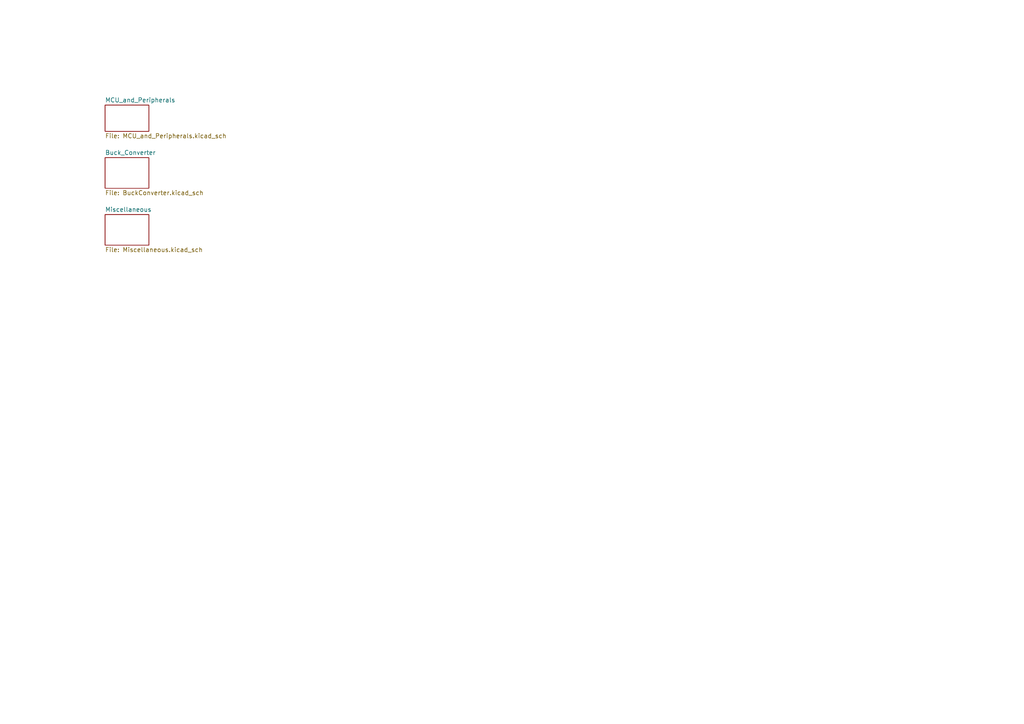
<source format=kicad_sch>
(kicad_sch (version 20230121) (generator eeschema)
  (paper "A4")
  (lib_symbols)
  (sheet (at 30.48 62.23) (size 12.7 8.89) (stroke (width 0.1524))
    (property "Sheetname" "Miscellaneous" (at 30.48 61.5184 0) (effects (justify left bottom)))
    (property "Sheetfile" "Miscellaneous.kicad_sch" (at 30.48 71.7046 0) (effects (justify left top)))
  )
  (sheet (at 30.48 30.48) (size 12.7 7.62) (stroke (width 0.1524))
    (property "Sheetname" "MCU_and_Peripherals" (at 30.48 29.7684 0) (effects (justify left bottom)))
    (property "Sheetfile" "MCU_and_Peripherals.kicad_sch" (at 30.48 38.6846 0) (effects (justify left top)))
  )
  (sheet (at 30.48 45.72) (size 12.7 8.89) (stroke (width 0.1524))
    (property "Sheetname" "Buck_Converter" (at 30.48 45.0084 0) (effects (justify left bottom)))
    (property "Sheetfile" "BuckConverter.kicad_sch" (at 30.48 55.1946 0) (effects (justify left top)))
  )
)
</source>
